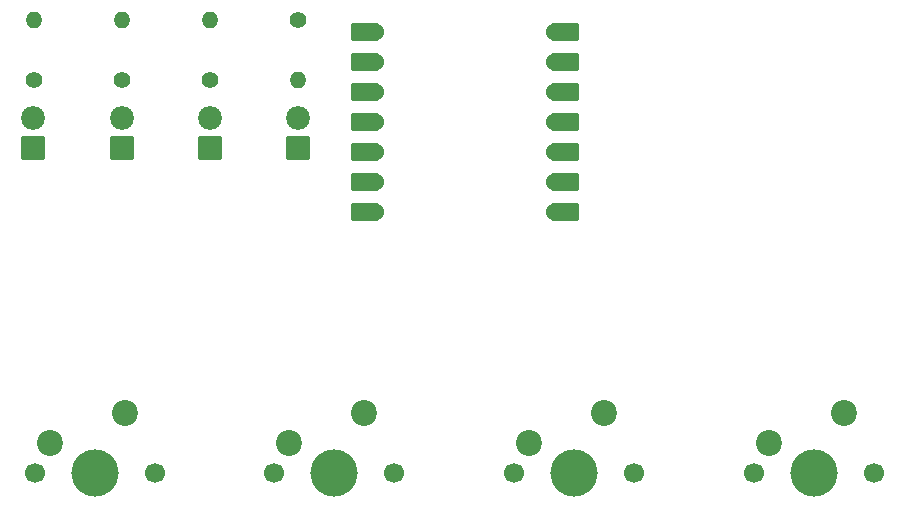
<source format=gbr>
%TF.GenerationSoftware,KiCad,Pcbnew,8.0.8*%
%TF.CreationDate,2025-07-03T12:07:37-04:00*%
%TF.ProjectId,pathfinder,70617468-6669-46e6-9465-722e6b696361,rev?*%
%TF.SameCoordinates,Original*%
%TF.FileFunction,Soldermask,Top*%
%TF.FilePolarity,Negative*%
%FSLAX46Y46*%
G04 Gerber Fmt 4.6, Leading zero omitted, Abs format (unit mm)*
G04 Created by KiCad (PCBNEW 8.0.8) date 2025-07-03 12:07:37*
%MOMM*%
%LPD*%
G01*
G04 APERTURE LIST*
G04 Aperture macros list*
%AMRoundRect*
0 Rectangle with rounded corners*
0 $1 Rounding radius*
0 $2 $3 $4 $5 $6 $7 $8 $9 X,Y pos of 4 corners*
0 Add a 4 corners polygon primitive as box body*
4,1,4,$2,$3,$4,$5,$6,$7,$8,$9,$2,$3,0*
0 Add four circle primitives for the rounded corners*
1,1,$1+$1,$2,$3*
1,1,$1+$1,$4,$5*
1,1,$1+$1,$6,$7*
1,1,$1+$1,$8,$9*
0 Add four rect primitives between the rounded corners*
20,1,$1+$1,$2,$3,$4,$5,0*
20,1,$1+$1,$4,$5,$6,$7,0*
20,1,$1+$1,$6,$7,$8,$9,0*
20,1,$1+$1,$8,$9,$2,$3,0*%
G04 Aperture macros list end*
%ADD10C,2.019000*%
%ADD11RoundRect,0.102000X0.907500X-0.907500X0.907500X0.907500X-0.907500X0.907500X-0.907500X-0.907500X0*%
%ADD12C,1.700000*%
%ADD13C,4.000000*%
%ADD14C,2.200000*%
%ADD15C,1.400000*%
%ADD16O,1.400000X1.400000*%
%ADD17RoundRect,0.152400X1.063600X0.609600X-1.063600X0.609600X-1.063600X-0.609600X1.063600X-0.609600X0*%
%ADD18C,1.524000*%
%ADD19RoundRect,0.152400X-1.063600X-0.609600X1.063600X-0.609600X1.063600X0.609600X-1.063600X0.609600X0*%
G04 APERTURE END LIST*
D10*
%TO.C,D4*%
X98880000Y-74310000D03*
D11*
X98880000Y-76850000D03*
%TD*%
D12*
%TO.C,SW2*%
X96876666Y-104370000D03*
D13*
X101956666Y-104370000D03*
D12*
X107036666Y-104370000D03*
D14*
X104496666Y-99290000D03*
X98146666Y-101830000D03*
%TD*%
D12*
%TO.C,SW3*%
X117183332Y-104370000D03*
D13*
X122263332Y-104370000D03*
D12*
X127343332Y-104370000D03*
D14*
X124803332Y-99290000D03*
X118453332Y-101830000D03*
%TD*%
D12*
%TO.C,SW4*%
X137490000Y-104370000D03*
D13*
X142570000Y-104370000D03*
D12*
X147650000Y-104370000D03*
D14*
X145110000Y-99290000D03*
X138760000Y-101830000D03*
%TD*%
D15*
%TO.C,R1*%
X98880000Y-65990000D03*
D16*
X98880000Y-71070000D03*
%TD*%
D15*
%TO.C,R2*%
X76540000Y-71070000D03*
D16*
X76540000Y-65990000D03*
%TD*%
D10*
%TO.C,D1*%
X76484682Y-74310000D03*
D11*
X76484682Y-76850000D03*
%TD*%
D15*
%TO.C,R4*%
X91433332Y-71070000D03*
D16*
X91433332Y-65990000D03*
%TD*%
D12*
%TO.C,SW1*%
X76570000Y-104370000D03*
D13*
X81650000Y-104370000D03*
D12*
X86730000Y-104370000D03*
D14*
X84190000Y-99290000D03*
X77840000Y-101830000D03*
%TD*%
D10*
%TO.C,D2*%
X83949788Y-74310000D03*
D11*
X83949788Y-76850000D03*
%TD*%
D17*
%TO.C,U1*%
X104565000Y-67010000D03*
D18*
X105400000Y-67010000D03*
D17*
X104565000Y-69550000D03*
D18*
X105400000Y-69550000D03*
D17*
X104565000Y-72090000D03*
D18*
X105400000Y-72090000D03*
D17*
X104565000Y-74630000D03*
D18*
X105400000Y-74630000D03*
D17*
X104565000Y-77170000D03*
D18*
X105400000Y-77170000D03*
D17*
X104565000Y-79710000D03*
D18*
X105400000Y-79710000D03*
D17*
X104565000Y-82250000D03*
D18*
X105400000Y-82250000D03*
X120640000Y-82250000D03*
D19*
X121475000Y-82250000D03*
D18*
X120640000Y-79710000D03*
D19*
X121475000Y-79710000D03*
D18*
X120640000Y-77170000D03*
D19*
X121475000Y-77170000D03*
D18*
X120640000Y-74630000D03*
D19*
X121475000Y-74630000D03*
D18*
X120640000Y-72090000D03*
D19*
X121475000Y-72090000D03*
D18*
X120640000Y-69550000D03*
D19*
X121475000Y-69550000D03*
D18*
X120640000Y-67010000D03*
D19*
X121475000Y-67010000D03*
%TD*%
D15*
%TO.C,R3*%
X83986666Y-71070000D03*
D16*
X83986666Y-65990000D03*
%TD*%
D10*
%TO.C,D3*%
X91414894Y-74310000D03*
D11*
X91414894Y-76850000D03*
%TD*%
M02*

</source>
